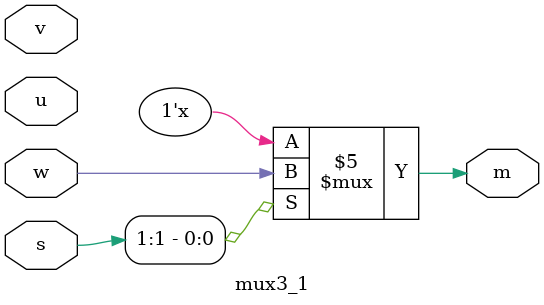
<source format=v>
`timescale 1ns/100ps
module mux3_1(u,v,w,s,m);
	input u,v,w;
	input [1:0] s;
	output reg m;
	reg t1;

	always
		@(u or v or w or s) begin
			t1<= s[0]==0 ? u : v;
			m<= s[1]==0 ? t1 : w;
		end
endmodule
</source>
